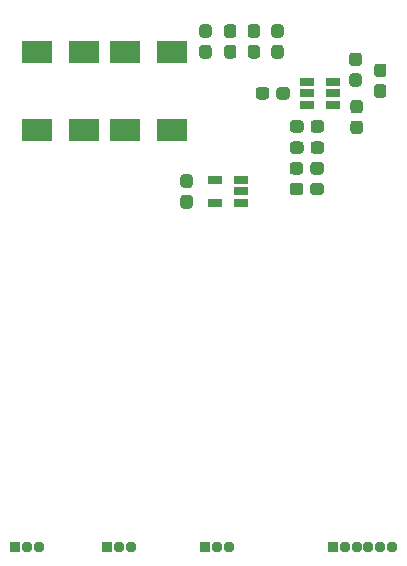
<source format=gbr>
%TF.GenerationSoftware,KiCad,Pcbnew,(5.1.6)-1*%
%TF.CreationDate,2020-08-14T21:54:29-04:00*%
%TF.ProjectId,CellLight,43656c6c-4c69-4676-9874-2e6b69636164,rev?*%
%TF.SameCoordinates,Original*%
%TF.FileFunction,Soldermask,Bot*%
%TF.FilePolarity,Negative*%
%FSLAX46Y46*%
G04 Gerber Fmt 4.6, Leading zero omitted, Abs format (unit mm)*
G04 Created by KiCad (PCBNEW (5.1.6)-1) date 2020-08-14 21:54:29*
%MOMM*%
%LPD*%
G01*
G04 APERTURE LIST*
%ADD10R,1.160000X0.750000*%
%ADD11O,0.950000X0.950000*%
%ADD12R,0.950000X0.950000*%
%ADD13R,2.600000X1.900000*%
G04 APERTURE END LIST*
D10*
%TO.C,U5*%
X160600000Y-81450000D03*
X160600000Y-83350000D03*
X162800000Y-83350000D03*
X162800000Y-82400000D03*
X162800000Y-81450000D03*
%TD*%
%TO.C,U4*%
X170600000Y-74100000D03*
X170600000Y-75050000D03*
X170600000Y-73150000D03*
X168400000Y-73150000D03*
X168400000Y-74100000D03*
X168400000Y-75050000D03*
%TD*%
%TO.C,R6*%
G36*
G01*
X168100000Y-76637500D02*
X168100000Y-77162500D01*
G75*
G02*
X167837500Y-77425000I-262500J0D01*
G01*
X167212500Y-77425000D01*
G75*
G02*
X166950000Y-77162500I0J262500D01*
G01*
X166950000Y-76637500D01*
G75*
G02*
X167212500Y-76375000I262500J0D01*
G01*
X167837500Y-76375000D01*
G75*
G02*
X168100000Y-76637500I0J-262500D01*
G01*
G37*
G36*
G01*
X169850000Y-76637500D02*
X169850000Y-77162500D01*
G75*
G02*
X169587500Y-77425000I-262500J0D01*
G01*
X168962500Y-77425000D01*
G75*
G02*
X168700000Y-77162500I0J262500D01*
G01*
X168700000Y-76637500D01*
G75*
G02*
X168962500Y-76375000I262500J0D01*
G01*
X169587500Y-76375000D01*
G75*
G02*
X169850000Y-76637500I0J-262500D01*
G01*
G37*
%TD*%
%TO.C,R5*%
G36*
G01*
X172762500Y-71800000D02*
X172237500Y-71800000D01*
G75*
G02*
X171975000Y-71537500I0J262500D01*
G01*
X171975000Y-70912500D01*
G75*
G02*
X172237500Y-70650000I262500J0D01*
G01*
X172762500Y-70650000D01*
G75*
G02*
X173025000Y-70912500I0J-262500D01*
G01*
X173025000Y-71537500D01*
G75*
G02*
X172762500Y-71800000I-262500J0D01*
G01*
G37*
G36*
G01*
X172762500Y-73550000D02*
X172237500Y-73550000D01*
G75*
G02*
X171975000Y-73287500I0J262500D01*
G01*
X171975000Y-72662500D01*
G75*
G02*
X172237500Y-72400000I262500J0D01*
G01*
X172762500Y-72400000D01*
G75*
G02*
X173025000Y-72662500I0J-262500D01*
G01*
X173025000Y-73287500D01*
G75*
G02*
X172762500Y-73550000I-262500J0D01*
G01*
G37*
%TD*%
%TO.C,R4*%
G36*
G01*
X174862500Y-72725000D02*
X174337500Y-72725000D01*
G75*
G02*
X174075000Y-72462500I0J262500D01*
G01*
X174075000Y-71837500D01*
G75*
G02*
X174337500Y-71575000I262500J0D01*
G01*
X174862500Y-71575000D01*
G75*
G02*
X175125000Y-71837500I0J-262500D01*
G01*
X175125000Y-72462500D01*
G75*
G02*
X174862500Y-72725000I-262500J0D01*
G01*
G37*
G36*
G01*
X174862500Y-74475000D02*
X174337500Y-74475000D01*
G75*
G02*
X174075000Y-74212500I0J262500D01*
G01*
X174075000Y-73587500D01*
G75*
G02*
X174337500Y-73325000I262500J0D01*
G01*
X174862500Y-73325000D01*
G75*
G02*
X175125000Y-73587500I0J-262500D01*
G01*
X175125000Y-74212500D01*
G75*
G02*
X174862500Y-74475000I-262500J0D01*
G01*
G37*
%TD*%
%TO.C,L1*%
G36*
G01*
X165200000Y-73837500D02*
X165200000Y-74362500D01*
G75*
G02*
X164937500Y-74625000I-262500J0D01*
G01*
X164312500Y-74625000D01*
G75*
G02*
X164050000Y-74362500I0J262500D01*
G01*
X164050000Y-73837500D01*
G75*
G02*
X164312500Y-73575000I262500J0D01*
G01*
X164937500Y-73575000D01*
G75*
G02*
X165200000Y-73837500I0J-262500D01*
G01*
G37*
G36*
G01*
X166950000Y-73837500D02*
X166950000Y-74362500D01*
G75*
G02*
X166687500Y-74625000I-262500J0D01*
G01*
X166062500Y-74625000D01*
G75*
G02*
X165800000Y-74362500I0J262500D01*
G01*
X165800000Y-73837500D01*
G75*
G02*
X166062500Y-73575000I262500J0D01*
G01*
X166687500Y-73575000D01*
G75*
G02*
X166950000Y-73837500I0J-262500D01*
G01*
G37*
%TD*%
D11*
%TO.C,J4*%
X175600000Y-112500000D03*
X174600000Y-112500000D03*
X173600000Y-112500000D03*
X172600000Y-112500000D03*
X171600000Y-112500000D03*
D12*
X170600000Y-112500000D03*
%TD*%
D11*
%TO.C,J3*%
X161800000Y-112500000D03*
X160800000Y-112500000D03*
D12*
X159800000Y-112500000D03*
%TD*%
D11*
%TO.C,J2*%
X153500000Y-112500000D03*
X152500000Y-112500000D03*
D12*
X151500000Y-112500000D03*
%TD*%
D11*
%TO.C,J1*%
X145700000Y-112500000D03*
X144700000Y-112500000D03*
D12*
X143700000Y-112500000D03*
%TD*%
D13*
%TO.C,D4*%
X153000000Y-77200000D03*
X157000000Y-77200000D03*
%TD*%
%TO.C,D3*%
X153000000Y-70600000D03*
X157000000Y-70600000D03*
%TD*%
%TO.C,D2*%
X149500000Y-77200000D03*
X145500000Y-77200000D03*
%TD*%
%TO.C,D1*%
X145500000Y-70600000D03*
X149500000Y-70600000D03*
%TD*%
%TO.C,C11*%
G36*
G01*
X157937500Y-82700000D02*
X158462500Y-82700000D01*
G75*
G02*
X158725000Y-82962500I0J-262500D01*
G01*
X158725000Y-83587500D01*
G75*
G02*
X158462500Y-83850000I-262500J0D01*
G01*
X157937500Y-83850000D01*
G75*
G02*
X157675000Y-83587500I0J262500D01*
G01*
X157675000Y-82962500D01*
G75*
G02*
X157937500Y-82700000I262500J0D01*
G01*
G37*
G36*
G01*
X157937500Y-80950000D02*
X158462500Y-80950000D01*
G75*
G02*
X158725000Y-81212500I0J-262500D01*
G01*
X158725000Y-81837500D01*
G75*
G02*
X158462500Y-82100000I-262500J0D01*
G01*
X157937500Y-82100000D01*
G75*
G02*
X157675000Y-81837500I0J262500D01*
G01*
X157675000Y-81212500D01*
G75*
G02*
X157937500Y-80950000I262500J0D01*
G01*
G37*
%TD*%
%TO.C,C10*%
G36*
G01*
X168700000Y-78962500D02*
X168700000Y-78437500D01*
G75*
G02*
X168962500Y-78175000I262500J0D01*
G01*
X169587500Y-78175000D01*
G75*
G02*
X169850000Y-78437500I0J-262500D01*
G01*
X169850000Y-78962500D01*
G75*
G02*
X169587500Y-79225000I-262500J0D01*
G01*
X168962500Y-79225000D01*
G75*
G02*
X168700000Y-78962500I0J262500D01*
G01*
G37*
G36*
G01*
X166950000Y-78962500D02*
X166950000Y-78437500D01*
G75*
G02*
X167212500Y-78175000I262500J0D01*
G01*
X167837500Y-78175000D01*
G75*
G02*
X168100000Y-78437500I0J-262500D01*
G01*
X168100000Y-78962500D01*
G75*
G02*
X167837500Y-79225000I-262500J0D01*
G01*
X167212500Y-79225000D01*
G75*
G02*
X166950000Y-78962500I0J262500D01*
G01*
G37*
%TD*%
%TO.C,C9*%
G36*
G01*
X160062500Y-69400000D02*
X159537500Y-69400000D01*
G75*
G02*
X159275000Y-69137500I0J262500D01*
G01*
X159275000Y-68512500D01*
G75*
G02*
X159537500Y-68250000I262500J0D01*
G01*
X160062500Y-68250000D01*
G75*
G02*
X160325000Y-68512500I0J-262500D01*
G01*
X160325000Y-69137500D01*
G75*
G02*
X160062500Y-69400000I-262500J0D01*
G01*
G37*
G36*
G01*
X160062500Y-71150000D02*
X159537500Y-71150000D01*
G75*
G02*
X159275000Y-70887500I0J262500D01*
G01*
X159275000Y-70262500D01*
G75*
G02*
X159537500Y-70000000I262500J0D01*
G01*
X160062500Y-70000000D01*
G75*
G02*
X160325000Y-70262500I0J-262500D01*
G01*
X160325000Y-70887500D01*
G75*
G02*
X160062500Y-71150000I-262500J0D01*
G01*
G37*
%TD*%
%TO.C,C8*%
G36*
G01*
X162162500Y-69400000D02*
X161637500Y-69400000D01*
G75*
G02*
X161375000Y-69137500I0J262500D01*
G01*
X161375000Y-68512500D01*
G75*
G02*
X161637500Y-68250000I262500J0D01*
G01*
X162162500Y-68250000D01*
G75*
G02*
X162425000Y-68512500I0J-262500D01*
G01*
X162425000Y-69137500D01*
G75*
G02*
X162162500Y-69400000I-262500J0D01*
G01*
G37*
G36*
G01*
X162162500Y-71150000D02*
X161637500Y-71150000D01*
G75*
G02*
X161375000Y-70887500I0J262500D01*
G01*
X161375000Y-70262500D01*
G75*
G02*
X161637500Y-70000000I262500J0D01*
G01*
X162162500Y-70000000D01*
G75*
G02*
X162425000Y-70262500I0J-262500D01*
G01*
X162425000Y-70887500D01*
G75*
G02*
X162162500Y-71150000I-262500J0D01*
G01*
G37*
%TD*%
%TO.C,C7*%
G36*
G01*
X164162500Y-69400000D02*
X163637500Y-69400000D01*
G75*
G02*
X163375000Y-69137500I0J262500D01*
G01*
X163375000Y-68512500D01*
G75*
G02*
X163637500Y-68250000I262500J0D01*
G01*
X164162500Y-68250000D01*
G75*
G02*
X164425000Y-68512500I0J-262500D01*
G01*
X164425000Y-69137500D01*
G75*
G02*
X164162500Y-69400000I-262500J0D01*
G01*
G37*
G36*
G01*
X164162500Y-71150000D02*
X163637500Y-71150000D01*
G75*
G02*
X163375000Y-70887500I0J262500D01*
G01*
X163375000Y-70262500D01*
G75*
G02*
X163637500Y-70000000I262500J0D01*
G01*
X164162500Y-70000000D01*
G75*
G02*
X164425000Y-70262500I0J-262500D01*
G01*
X164425000Y-70887500D01*
G75*
G02*
X164162500Y-71150000I-262500J0D01*
G01*
G37*
%TD*%
%TO.C,C6*%
G36*
G01*
X168670000Y-82462500D02*
X168670000Y-81937500D01*
G75*
G02*
X168932500Y-81675000I262500J0D01*
G01*
X169557500Y-81675000D01*
G75*
G02*
X169820000Y-81937500I0J-262500D01*
G01*
X169820000Y-82462500D01*
G75*
G02*
X169557500Y-82725000I-262500J0D01*
G01*
X168932500Y-82725000D01*
G75*
G02*
X168670000Y-82462500I0J262500D01*
G01*
G37*
G36*
G01*
X166920000Y-82462500D02*
X166920000Y-81937500D01*
G75*
G02*
X167182500Y-81675000I262500J0D01*
G01*
X167807500Y-81675000D01*
G75*
G02*
X168070000Y-81937500I0J-262500D01*
G01*
X168070000Y-82462500D01*
G75*
G02*
X167807500Y-82725000I-262500J0D01*
G01*
X167182500Y-82725000D01*
G75*
G02*
X166920000Y-82462500I0J262500D01*
G01*
G37*
%TD*%
%TO.C,C5*%
G36*
G01*
X166162500Y-69400000D02*
X165637500Y-69400000D01*
G75*
G02*
X165375000Y-69137500I0J262500D01*
G01*
X165375000Y-68512500D01*
G75*
G02*
X165637500Y-68250000I262500J0D01*
G01*
X166162500Y-68250000D01*
G75*
G02*
X166425000Y-68512500I0J-262500D01*
G01*
X166425000Y-69137500D01*
G75*
G02*
X166162500Y-69400000I-262500J0D01*
G01*
G37*
G36*
G01*
X166162500Y-71150000D02*
X165637500Y-71150000D01*
G75*
G02*
X165375000Y-70887500I0J262500D01*
G01*
X165375000Y-70262500D01*
G75*
G02*
X165637500Y-70000000I262500J0D01*
G01*
X166162500Y-70000000D01*
G75*
G02*
X166425000Y-70262500I0J-262500D01*
G01*
X166425000Y-70887500D01*
G75*
G02*
X166162500Y-71150000I-262500J0D01*
G01*
G37*
%TD*%
%TO.C,C4*%
G36*
G01*
X168670000Y-80712500D02*
X168670000Y-80187500D01*
G75*
G02*
X168932500Y-79925000I262500J0D01*
G01*
X169557500Y-79925000D01*
G75*
G02*
X169820000Y-80187500I0J-262500D01*
G01*
X169820000Y-80712500D01*
G75*
G02*
X169557500Y-80975000I-262500J0D01*
G01*
X168932500Y-80975000D01*
G75*
G02*
X168670000Y-80712500I0J262500D01*
G01*
G37*
G36*
G01*
X166920000Y-80712500D02*
X166920000Y-80187500D01*
G75*
G02*
X167182500Y-79925000I262500J0D01*
G01*
X167807500Y-79925000D01*
G75*
G02*
X168070000Y-80187500I0J-262500D01*
G01*
X168070000Y-80712500D01*
G75*
G02*
X167807500Y-80975000I-262500J0D01*
G01*
X167182500Y-80975000D01*
G75*
G02*
X166920000Y-80712500I0J262500D01*
G01*
G37*
%TD*%
%TO.C,C3*%
G36*
G01*
X172862500Y-75800000D02*
X172337500Y-75800000D01*
G75*
G02*
X172075000Y-75537500I0J262500D01*
G01*
X172075000Y-74912500D01*
G75*
G02*
X172337500Y-74650000I262500J0D01*
G01*
X172862500Y-74650000D01*
G75*
G02*
X173125000Y-74912500I0J-262500D01*
G01*
X173125000Y-75537500D01*
G75*
G02*
X172862500Y-75800000I-262500J0D01*
G01*
G37*
G36*
G01*
X172862500Y-77550000D02*
X172337500Y-77550000D01*
G75*
G02*
X172075000Y-77287500I0J262500D01*
G01*
X172075000Y-76662500D01*
G75*
G02*
X172337500Y-76400000I262500J0D01*
G01*
X172862500Y-76400000D01*
G75*
G02*
X173125000Y-76662500I0J-262500D01*
G01*
X173125000Y-77287500D01*
G75*
G02*
X172862500Y-77550000I-262500J0D01*
G01*
G37*
%TD*%
M02*

</source>
